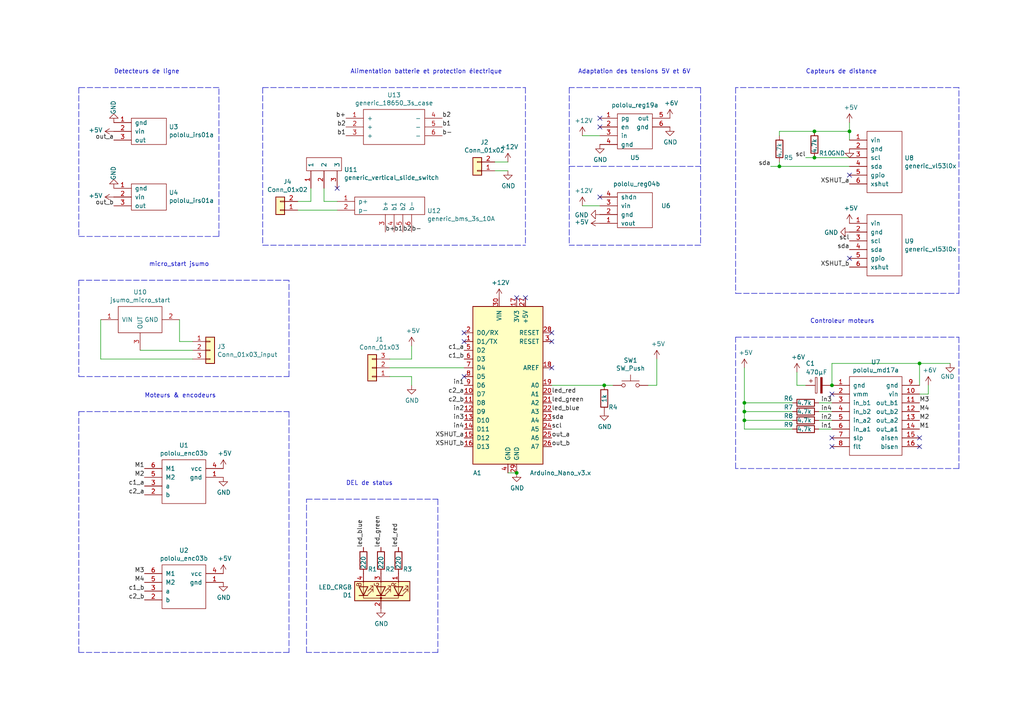
<source format=kicad_sch>
(kicad_sch (version 20211123) (generator eeschema)
  (paper "A4")
  (title_block (title "BIGMAX") (date "2019-05-03") (rev "v2.0.0") (company "MX") (comment 1 "maxime-hanicotte") (comment 2 "mai2019"))
  (lib_symbols
    (symbol "Device:CP" (pin_numbers hide) (pin_names (offset 0.254))
      (property "Reference" "C" (at 0.635 2.54 0))
      (property "Value" "Device_CP" (at 0.635 -2.54 0))
      (symbol "CP_0_1"
        (rectangle (start -2.286 0.508) (end 2.286 1.016))
        (polyline (pts (xy -1.778 2.286) (xy -0.762 2.286)))
        (polyline (pts (xy -1.27 2.794) (xy -1.27 1.778)))
        (rectangle (start 2.286 -0.508) (end -2.286 -1.016) (fill (type outline)))
      )
      (symbol "CP_1_1"
        (pin passive line (at 0 3.81 270) (length 2.794) (name "~") (number "1"))
        (pin passive line (at 0 -3.81 90) (length 2.794) (name "~") (number "2"))
      )
    )
    (symbol "Device:LED_RCGB" (pin_names (offset 0) hide)
      (property "Reference" "D" (at 0 9.398 0))
      (property "Value" "Device_LED_RCGB" (at 0 -8.89 0))
      (symbol "LED_RCGB_0_0"
        (text "B" (at 1.905 -6.35 0) (effects (font (size 1.27 1.27))))
        (text "G" (at 1.905 -1.27 0) (effects (font (size 1.27 1.27))))
        (text "R" (at 1.905 3.81 0) (effects (font (size 1.27 1.27))))
      )
      (symbol "LED_RCGB_0_1"
        (circle (center -2.032 0) (radius 0.254) (fill (type outline)))
        (polyline (pts (xy -1.27 -5.08) (xy 1.27 -5.08)))
        (polyline (pts (xy -1.27 -3.81) (xy -1.27 -6.35)) (stroke (width 0.254)))
        (polyline (pts (xy -1.27 0) (xy -2.54 0)))
        (polyline (pts (xy -1.27 1.27) (xy -1.27 -1.27)) (stroke (width 0.254)))
        (polyline (pts (xy -1.27 5.08) (xy 1.27 5.08)))
        (polyline (pts (xy -1.27 6.35) (xy -1.27 3.81)) (stroke (width 0.254)))
        (polyline (pts (xy 1.27 -5.08) (xy 2.54 -5.08)))
        (polyline (pts (xy 1.27 0) (xy -1.27 0)))
        (polyline (pts (xy 1.27 0) (xy 2.54 0)))
        (polyline (pts (xy 1.27 5.08) (xy 2.54 5.08)))
        (polyline (pts (xy -1.27 1.27) (xy -1.27 -1.27) (xy -1.27 -1.27)))
        (polyline (pts (xy -1.27 6.35) (xy -1.27 3.81) (xy -1.27 3.81)))
        (polyline (pts (xy -1.27 5.08) (xy -2.032 5.08) (xy -2.032 -5.08) (xy -1.016 -5.08)))
        (polyline (pts (xy 1.27 -3.81) (xy 1.27 -6.35) (xy -1.27 -5.08) (xy 1.27 -3.81)) (stroke (width 0.254)))
        (polyline (pts (xy 1.27 1.27) (xy 1.27 -1.27) (xy -1.27 0) (xy 1.27 1.27)) (stroke (width 0.254)))
        (polyline (pts (xy 1.27 6.35) (xy 1.27 3.81) (xy -1.27 5.08) (xy 1.27 6.35)) (stroke (width 0.254)))
        (polyline (pts (xy -1.016 -3.81) (xy 0.508 -2.286) (xy -0.254 -2.286) (xy 0.508 -2.286) (xy 0.508 -3.048)))
        (polyline (pts (xy -1.016 1.27) (xy 0.508 2.794) (xy -0.254 2.794) (xy 0.508 2.794) (xy 0.508 2.032)))
        (polyline (pts (xy -1.016 6.35) (xy 0.508 7.874) (xy -0.254 7.874) (xy 0.508 7.874) (xy 0.508 7.112)))
        (polyline (pts (xy 0 -3.81) (xy 1.524 -2.286) (xy 0.762 -2.286) (xy 1.524 -2.286) (xy 1.524 -3.048)))
        (polyline (pts (xy 0 1.27) (xy 1.524 2.794) (xy 0.762 2.794) (xy 1.524 2.794) (xy 1.524 2.032)))
        (polyline (pts (xy 0 6.35) (xy 1.524 7.874) (xy 0.762 7.874) (xy 1.524 7.874) (xy 1.524 7.112)))
        (rectangle (start 1.27 -1.27) (end 1.27 1.27))
        (rectangle (start 1.27 1.27) (end 1.27 1.27))
        (rectangle (start 1.27 3.81) (end 1.27 6.35))
        (rectangle (start 1.27 6.35) (end 1.27 6.35))
        (rectangle (start 2.794 8.382) (end -2.794 -7.62) (stroke (width 0.254)) (fill (type background)))
      )
      (symbol "LED_RCGB_1_1"
        (pin passive line (at 5.08 5.08 180) (length 2.54) (name "RA") (number "1"))
        (pin passive line (at -5.08 0 0) (length 2.54) (name "K") (number "2"))
        (pin passive line (at 5.08 0 180) (length 2.54) (name "GA") (number "3"))
        (pin passive line (at 5.08 -5.08 180) (length 2.54) (name "BA") (number "4"))
      )
    )
    (symbol "Device:R" (pin_numbers hide) (pin_names (offset 0))
      (property "Reference" "R" (at 2.032 0 90))
      (property "Value" "R" (at 0 0 90))
      (symbol "R_0_1"
        (rectangle (start -1.016 -2.54) (end 1.016 2.54) (stroke (width 0.254)))
      )
      (symbol "R_1_1"
        (pin passive line (at 0 3.81 270) (length 1.27) (name "~") (number "1"))
        (pin passive line (at 0 -3.81 90) (length 1.27) (name "~") (number "2"))
      )
    )
    (symbol "Switch:SW_Push" (pin_numbers hide) (pin_names (offset 1.016) hide)
      (property "Reference" "SW" (at 1.27 2.54 0))
      (property "Value" "SW_Push" (at 0 -1.524 0))
      (symbol "SW_Push_0_1"
        (circle (center -2.032 0) (radius 0.508))
        (polyline (pts (xy 0 1.27) (xy 0 3.048)))
        (polyline (pts (xy 2.54 1.27) (xy -2.54 1.27)))
        (circle (center 2.032 0) (radius 0.508))
        (pin passive line (at -5.08 0 0) (length 2.54) (name "1") (number "1"))
        (pin passive line (at 5.08 0 180) (length 2.54) (name "2") (number "2"))
      )
    )
    (symbol "arduino:Arduino_Nano_v3.x" (pin_names (offset 1.016))
      (property "Reference" "A" (at -5.08 26.035 0))
      (property "Value" "arduino_Arduino_Nano_v3.x" (at -5.08 24.13 0))
      (symbol "Arduino_Nano_v3.x_0_1"
        (rectangle (start -10.16 22.86) (end 10.16 -22.86) (stroke (width 0.254)) (fill (type background)))
      )
      (symbol "Arduino_Nano_v3.x_1_1"
        (pin bidirectional line (at -12.7 12.7 0) (length 2.54) (name "D1/TX") (number "1"))
        (pin bidirectional line (at -12.7 -2.54 0) (length 2.54) (name "D7") (number "10"))
        (pin bidirectional line (at -12.7 -5.08 0) (length 2.54) (name "D8") (number "11"))
        (pin bidirectional line (at -12.7 -7.62 0) (length 2.54) (name "D9") (number "12"))
        (pin bidirectional line (at -12.7 -10.16 0) (length 2.54) (name "D10") (number "13"))
        (pin bidirectional line (at -12.7 -12.7 0) (length 2.54) (name "D11") (number "14"))
        (pin bidirectional line (at -12.7 -15.24 0) (length 2.54) (name "D12") (number "15"))
        (pin bidirectional line (at -12.7 -17.78 0) (length 2.54) (name "D13") (number "16"))
        (pin power_out line (at 2.54 25.4 270) (length 2.54) (name "3V3") (number "17"))
        (pin input line (at 12.7 5.08 180) (length 2.54) (name "AREF") (number "18"))
        (pin bidirectional line (at 12.7 0 180) (length 2.54) (name "A0") (number "19"))
        (pin bidirectional line (at -12.7 15.24 0) (length 2.54) (name "D0/RX") (number "2"))
        (pin bidirectional line (at 12.7 -2.54 180) (length 2.54) (name "A1") (number "20"))
        (pin bidirectional line (at 12.7 -5.08 180) (length 2.54) (name "A2") (number "21"))
        (pin bidirectional line (at 12.7 -7.62 180) (length 2.54) (name "A3") (number "22"))
        (pin bidirectional line (at 12.7 -10.16 180) (length 2.54) (name "A4") (number "23"))
        (pin bidirectional line (at 12.7 -12.7 180) (length 2.54) (name "A5") (number "24"))
        (pin bidirectional line (at 12.7 -15.24 180) (length 2.54) (name "A6") (number "25"))
        (pin bidirectional line (at 12.7 -17.78 180) (length 2.54) (name "A7") (number "26"))
        (pin power_out line (at 5.08 25.4 270) (length 2.54) (name "+5V") (number "27"))
        (pin input line (at 12.7 15.24 180) (length 2.54) (name "RESET") (number "28"))
        (pin power_in line (at 2.54 -25.4 90) (length 2.54) (name "GND") (number "29"))
        (pin input line (at 12.7 12.7 180) (length 2.54) (name "RESET") (number "3"))
        (pin power_in line (at -2.54 25.4 270) (length 2.54) (name "VIN") (number "30"))
        (pin power_in line (at 0 -25.4 90) (length 2.54) (name "GND") (number "4"))
        (pin bidirectional line (at -12.7 10.16 0) (length 2.54) (name "D2") (number "5"))
        (pin bidirectional line (at -12.7 7.62 0) (length 2.54) (name "D3") (number "6"))
        (pin bidirectional line (at -12.7 5.08 0) (length 2.54) (name "D4") (number "7"))
        (pin bidirectional line (at -12.7 2.54 0) (length 2.54) (name "D5") (number "8"))
        (pin bidirectional line (at -12.7 0 0) (length 2.54) (name "D6") (number "9"))
      )
    )
    (symbol "jsumo:jsumo_micro_start" (pin_names (offset 1.016))
      (property "Reference" "U" (at 5.08 6.35 0))
      (property "Value" "jsumo_jsumo_micro_start" (at -5.08 6.35 0))
      (symbol "jsumo_micro_start_0_1"
        (rectangle (start -6.35 3.81) (end 6.35 -3.81))
      )
      (symbol "jsumo_micro_start_1_1"
        (pin power_in line (at -11.43 0 0) (length 5.08) (name "VIN") (number "1"))
        (pin passive line (at 11.43 0 180) (length 5.08) (name "GND") (number "2"))
        (pin output line (at 0 -8.89 90) (length 5.08) (name "OUT") (number "3"))
      )
    )
    (symbol "no_name:Conn_01x02" (pin_names (offset 1.016) hide)
      (property "Reference" "J" (at 0 2.54 0))
      (property "Value" "no_name_Conn_01x02" (at 0 -5.08 0))
      (symbol "Conn_01x02_1_1"
        (rectangle (start -1.27 -2.413) (end 0 -2.667) (stroke (width 0.1524)))
        (rectangle (start -1.27 0.127) (end 0 -0.127) (stroke (width 0.1524)))
        (rectangle (start -1.27 1.27) (end 1.27 -3.81) (stroke (width 0.254)) (fill (type background)))
        (pin power_out line (at -5.08 0 0) (length 3.81) (name "Pin_1") (number "1"))
        (pin power_out line (at -5.08 -2.54 0) (length 3.81) (name "Pin_2") (number "2"))
      )
    )
    (symbol "no_name:Conn_01x03_input" (pin_names (offset 1.016) hide)
      (property "Reference" "J" (at 0 5.08 0))
      (property "Value" "no_name_Conn_01x03_input" (at 0 -5.08 0))
      (symbol "Conn_01x03_input_1_1"
        (rectangle (start -1.27 -2.413) (end 0 -2.667) (stroke (width 0.1524)))
        (rectangle (start -1.27 0.127) (end 0 -0.127) (stroke (width 0.1524)))
        (rectangle (start -1.27 2.667) (end 0 2.413) (stroke (width 0.1524)))
        (rectangle (start -1.27 3.81) (end 1.27 -3.81) (stroke (width 0.254)) (fill (type background)))
        (pin power_out line (at -5.08 2.54 0) (length 3.81) (name "Pin_1") (number "1"))
        (pin input line (at -5.08 0 0) (length 3.81) (name "Pin_2") (number "2"))
        (pin power_out line (at -5.08 -2.54 0) (length 3.81) (name "Pin_3") (number "3"))
      )
    )
    (symbol "no_name:Conn_01x03_output" (pin_names (offset 1.016) hide)
      (property "Reference" "J" (at 0 5.08 0))
      (property "Value" "no_name_Conn_01x03_output" (at 0 -5.08 0))
      (symbol "Conn_01x03_output_1_1"
        (rectangle (start -1.27 -2.413) (end 0 -2.667) (stroke (width 0.1524)))
        (rectangle (start -1.27 0.127) (end 0 -0.127) (stroke (width 0.1524)))
        (rectangle (start -1.27 2.667) (end 0 2.413) (stroke (width 0.1524)))
        (rectangle (start -1.27 3.81) (end 1.27 -3.81) (stroke (width 0.254)) (fill (type background)))
        (pin power_in line (at -5.08 2.54 0) (length 3.81) (name "Pin_1") (number "1"))
        (pin output line (at -5.08 0 0) (length 3.81) (name "Pin_2") (number "2"))
        (pin power_in line (at -5.08 -2.54 0) (length 3.81) (name "Pin_3") (number "3"))
      )
    )
    (symbol "no_name:generic_18650_3s_case" (pin_names (offset 1.016))
      (property "Reference" "U" (at 0 -7.62 0))
      (property "Value" "no_name_generic_18650_3s_case" (at 0 7.62 0))
      (symbol "generic_18650_3s_case_0_1"
        (rectangle (start -8.89 5.08) (end 8.89 -5.08))
      )
      (symbol "generic_18650_3s_case_1_1"
        (pin passive line (at -13.97 2.54 0) (length 5.08) (name "+") (number "1"))
        (pin passive line (at -13.97 0 0) (length 5.08) (name "+") (number "2"))
        (pin passive line (at -13.97 -2.54 0) (length 5.08) (name "+") (number "3"))
        (pin passive line (at 13.97 2.54 180) (length 5.08) (name "-") (number "4"))
        (pin passive line (at 13.97 0 180) (length 5.08) (name "-") (number "5"))
        (pin passive line (at 13.97 -2.54 180) (length 5.08) (name "-") (number "6"))
      )
    )
    (symbol "no_name:generic_bms_3s_10A" (pin_names (offset 1.016))
      (property "Reference" "U" (at 11.43 0 0))
      (property "Value" "no_name_generic_bms_3s_10A" (at 0 5.08 0))
      (symbol "generic_bms_3s_10A_0_1"
        (rectangle (start -10.16 2.54) (end 10.16 -2.54))
      )
      (symbol "generic_bms_3s_10A_1_1"
        (pin power_in line (at -15.24 1.27 0) (length 5.08) (name "p+") (number "1"))
        (pin power_in line (at -15.24 -1.27 0) (length 5.08) (name "p-") (number "2"))
        (pin passive line (at -1.27 -7.62 90) (length 5.08) (name "b+") (number "3"))
        (pin passive line (at 1.27 -7.62 90) (length 5.08) (name "b1") (number "4"))
        (pin passive line (at 3.81 -7.62 90) (length 5.08) (name "b2") (number "5"))
        (pin passive line (at 6.35 -7.62 90) (length 5.08) (name "b-") (number "6"))
      )
    )
    (symbol "no_name:generic_vertical_slide_switch" (pin_names (offset 1.016))
      (property "Reference" "U" (at 7.62 -1.27 0))
      (property "Value" "no_name_generic_vertical_slide_switch" (at 0 3.81 0))
      (symbol "generic_vertical_slide_switch_0_1"
        (rectangle (start -5.08 1.27) (end 5.08 -2.54))
      )
      (symbol "generic_vertical_slide_switch_1_1"
        (pin power_in line (at -3.81 -7.62 90) (length 5.08) (name "1") (number "1"))
        (pin power_out line (at 0 -7.62 90) (length 5.08) (name "2") (number "2"))
        (pin input line (at 3.81 -7.62 90) (length 5.08) (name "3") (number "3"))
      )
    )
    (symbol "no_name:generic_vl53l0x" (pin_names (offset 1.016))
      (property "Reference" "U" (at 0 13.97 0))
      (property "Value" "no_name_generic_vl53l0x" (at 0 11.43 0))
      (symbol "generic_vl53l0x_0_1"
        (rectangle (start -5.08 8.89) (end 5.08 -8.89))
      )
      (symbol "generic_vl53l0x_1_1"
        (pin power_in line (at -10.16 6.35 0) (length 5.08) (name "vin") (number "1"))
        (pin passive line (at -10.16 3.81 0) (length 5.08) (name "gnd") (number "2"))
        (pin bidirectional line (at -10.16 1.27 0) (length 5.08) (name "scl") (number "3"))
        (pin bidirectional line (at -10.16 -1.27 0) (length 5.08) (name "sda") (number "4"))
        (pin output line (at -10.16 -3.81 0) (length 5.08) (name "gpio") (number "5"))
        (pin input line (at -10.16 -6.35 0) (length 5.08) (name "xshut") (number "6"))
      )
    )
    (symbol "pololu:pololu_enc03b" (pin_names (offset 1.016))
      (property "Reference" "U" (at 0 11.43 0))
      (property "Value" "pololu_pololu_enc03b" (at 0 8.89 0))
      (symbol "pololu_enc03b_0_1"
        (rectangle (start -6.35 6.35) (end 6.35 -6.35))
      )
      (symbol "pololu_enc03b_1_1"
        (pin passive line (at 11.43 1.27 180) (length 5.08) (name "gnd") (number "1"))
        (pin output line (at -11.43 -3.81 0) (length 5.08) (name "b") (number "2"))
        (pin output line (at -11.43 -1.27 0) (length 5.08) (name "a") (number "3"))
        (pin power_in line (at 11.43 3.81 180) (length 5.08) (name "vcc") (number "4"))
        (pin input line (at -11.43 1.27 0) (length 5.08) (name "M2") (number "5"))
        (pin input line (at -11.43 3.81 0) (length 5.08) (name "M1") (number "6"))
      )
    )
    (symbol "pololu:pololu_irs01a" (pin_names (offset 1.016))
      (property "Reference" "U" (at 0 10.16 0))
      (property "Value" "pololu_pololu_irs01a" (at 0 7.62 0))
      (symbol "pololu_irs01a_0_1"
        (rectangle (start -3.81 5.08) (end 3.81 -5.08))
      )
      (symbol "pololu_irs01a_1_1"
        (pin passive line (at -2.54 -10.16 90) (length 5.08) (name "gnd") (number "1"))
        (pin power_in line (at 0 -10.16 90) (length 5.08) (name "vin") (number "2"))
        (pin output line (at 2.54 -10.16 90) (length 5.08) (name "out") (number "3"))
      )
    )
    (symbol "pololu:pololu_md17a" (pin_names (offset 1.016))
      (property "Reference" "U" (at 0 -16.51 0))
      (property "Value" "pololu_pololu_md17a" (at 0 11.43 0))
      (symbol "pololu_md17a_0_1"
        (rectangle (start -7.62 8.89) (end 7.62 -13.97))
      )
      (symbol "pololu_md17a_1_1"
        (pin passive line (at -12.7 6.35 0) (length 5.08) (name "gnd") (number "1"))
        (pin power_in line (at 12.7 3.81 180) (length 5.08) (name "vin") (number "10"))
        (pin output line (at 12.7 1.27 180) (length 5.08) (name "out_b1") (number "11"))
        (pin output line (at 12.7 -1.27 180) (length 5.08) (name "out_b2") (number "12"))
        (pin output line (at 12.7 -3.81 180) (length 5.08) (name "out_a2") (number "13"))
        (pin output line (at 12.7 -6.35 180) (length 5.08) (name "out_a1") (number "14"))
        (pin output line (at 12.7 -8.89 180) (length 5.08) (name "aisen") (number "15"))
        (pin output line (at 12.7 -11.43 180) (length 5.08) (name "bisen") (number "16"))
        (pin power_in line (at -12.7 3.81 0) (length 5.08) (name "vmm") (number "2"))
        (pin input line (at -12.7 1.27 0) (length 5.08) (name "in_b1") (number "3"))
        (pin input line (at -12.7 -1.27 0) (length 5.08) (name "in_b2") (number "4"))
        (pin input line (at -12.7 -3.81 0) (length 5.08) (name "in_a2") (number "5"))
        (pin input line (at -12.7 -6.35 0) (length 5.08) (name "in_a1") (number "6"))
        (pin input line (at -12.7 -8.89 0) (length 5.08) (name "slp") (number "7"))
        (pin output line (at -12.7 -11.43 0) (length 5.08) (name "flt") (number "8"))
        (pin passive line (at 12.7 6.35 180) (length 5.08) (name "gnd") (number "9"))
      )
    )
    (symbol "pololu:pololu_reg04b" (pin_names (offset 1.016))
      (property "Reference" "U" (at 0 -8.89 0))
      (property "Value" "pololu_pololu_reg04b" (at 0 6.35 0))
      (symbol "pololu_reg04b_0_1"
        (rectangle (start -5.08 3.81) (end 5.08 -6.35))
      )
      (symbol "pololu_reg04b_1_1"
        (pin power_out line (at -10.16 -5.08 0) (length 5.08) (name "vout") (number "1"))
        (pin passive line (at -10.16 -2.54 0) (length 5.08) (name "gnd") (number "2"))
        (pin power_in line (at -10.16 0 0) (length 5.08) (name "vin") (number "3"))
        (pin input line (at -10.16 2.54 0) (length 5.08) (name "shdn") (number "4"))
      )
    )
    (symbol "pololu:pololu_reg19a" (pin_names (offset 1.016))
      (property "Reference" "U" (at 0 -8.89 0))
      (property "Value" "pololu_pololu_reg19a" (at 0 6.35 0))
      (symbol "pololu_reg19a_0_1"
        (rectangle (start -5.08 3.81) (end 5.08 -6.35))
      )
      (symbol "pololu_reg19a_1_1"
        (pin input line (at -10.16 2.54 0) (length 5.08) (name "pg") (number "1"))
        (pin input line (at -10.16 0 0) (length 5.08) (name "en") (number "2"))
        (pin power_in line (at -10.16 -2.54 0) (length 5.08) (name "in") (number "3"))
        (pin passive line (at -10.16 -5.08 0) (length 5.08) (name "gnd") (number "4"))
        (pin power_out line (at 10.16 2.54 180) (length 5.08) (name "out") (number "5"))
        (pin passive line (at 10.16 0 180) (length 5.08) (name "gnd") (number "6"))
      )
    )
    (symbol "power:+12V" (power) (pin_names (offset 0))
      (property "Value" "+12V" (at 0 3.556 0))
      (symbol "+12V_0_1"
        (polyline (pts (xy -0.762 1.27) (xy 0 2.54)))
        (polyline (pts (xy 0 0) (xy 0 2.54)))
        (polyline (pts (xy 0 2.54) (xy 0.762 1.27)))
      )
      (symbol "+12V_1_1"
        (pin power_in line (at 0 0 90) (length 0) hide (name "+12V") (number "1"))
      )
    )
    (symbol "power:+5V" (power) (pin_names (offset 0))
      (property "Value" "+5V" (at 0 3.556 0))
      (symbol "+5V_0_1"
        (polyline (pts (xy -0.762 1.27) (xy 0 2.54)))
        (polyline (pts (xy 0 0) (xy 0 2.54)))
        (polyline (pts (xy 0 2.54) (xy 0.762 1.27)))
      )
      (symbol "+5V_1_1"
        (pin power_in line (at 0 0 90) (length 0) hide (name "+5V") (number "1"))
      )
    )
    (symbol "power:+6V" (power) (pin_names (offset 0))
      (property "Value" "+6V" (at 0 3.556 0))
      (symbol "+6V_0_1"
        (polyline (pts (xy -0.762 1.27) (xy 0 2.54)))
        (polyline (pts (xy 0 0) (xy 0 2.54)))
        (polyline (pts (xy 0 2.54) (xy 0.762 1.27)))
      )
      (symbol "+6V_1_1"
        (pin power_in line (at 0 0 90) (length 0) hide (name "+6V") (number "1"))
      )
    )
    (symbol "power:GND" (power) (pin_names (offset 0))
      (property "Value" "GND" (at 0 -3.81 0))
      (symbol "GND_0_1"
        (polyline (pts (xy 0 0) (xy 0 -1.27) (xy 1.27 -1.27) (xy 0 -2.54) (xy -1.27 -1.27) (xy 0 -1.27)))
      )
      (symbol "GND_1_1"
        (pin power_in line (at 0 0 270) (length 0) hide (name "GND") (number "1"))
      )
    )
  )
  (junction (at 215.9 121.92))
  (junction (at 236.22 38.1))
  (junction (at 149.86 137.16))
  (junction (at 215.9 119.38))
  (junction (at 226.06 48.26))
  (junction (at 246.38 38.1))
  (junction (at 266.7 105.41))
  (junction (at 215.9 116.84))
  (junction (at 236.22 45.72))
  (junction (at 175.26 111.76))
  (junction (at 241.3 111.76))
  (no_connect (at 173.99 57.15))
  (no_connect (at 246.38 74.93))
  (no_connect (at 266.7 129.54))
  (no_connect (at 173.99 36.83))
  (no_connect (at 134.62 109.22))
  (no_connect (at 97.79 54.61))
  (no_connect (at 241.3 127))
  (no_connect (at 246.38 50.8))
  (no_connect (at 134.62 99.06))
  (no_connect (at 160.02 106.68))
  (no_connect (at 173.99 34.29))
  (no_connect (at 266.7 127))
  (no_connect (at 149.86 86.36))
  (no_connect (at 241.3 114.3))
  (no_connect (at 152.4 86.36))
  (no_connect (at 241.3 129.54))
  (no_connect (at 160.02 96.52))
  (no_connect (at 160.02 99.06))
  (no_connect (at 134.62 96.52))
  (wire (pts (xy 190.5 104.14) (xy 190.5 111.76)))
  (wire (pts (xy 215.9 121.92) (xy 215.9 119.38)))
  (polyline (pts (xy 152.4 25.4) (xy 152.4 71.12)))
  (wire (pts (xy 215.9 124.46) (xy 215.9 121.92)))
  (polyline (pts (xy 22.86 25.4) (xy 22.86 68.58)))
  (polyline (pts (xy 278.13 135.89) (xy 213.36 135.89)))
  (polyline (pts (xy 83.82 189.23) (xy 22.86 189.23)))
  (wire (pts (xy 237.49 121.92) (xy 241.3 121.92)))
  (polyline (pts (xy 213.36 25.4) (xy 213.36 85.09)))
  (wire (pts (xy 226.06 39.37) (xy 226.06 38.1)))
  (wire (pts (xy 229.87 119.38) (xy 215.9 119.38)))
  (wire (pts (xy 236.22 38.1) (xy 246.38 38.1)))
  (polyline (pts (xy 213.36 85.09) (xy 278.13 85.09)))
  (wire (pts (xy 177.8 111.76) (xy 175.26 111.76)))
  (polyline (pts (xy 127 189.23) (xy 88.9 189.23)))
  (wire (pts (xy 90.17 54.61) (xy 90.17 58.42)))
  (wire (pts (xy 246.38 35.56) (xy 246.38 38.1)))
  (wire (pts (xy 229.87 124.46) (xy 215.9 124.46)))
  (wire (pts (xy 143.51 46.99) (xy 147.32 46.99)))
  (wire (pts (xy 119.38 100.33) (xy 119.38 104.14)))
  (polyline (pts (xy 278.13 25.4) (xy 213.36 25.4)))
  (wire (pts (xy 275.59 105.41) (xy 266.7 105.41)))
  (wire (pts (xy 173.99 39.37) (xy 168.91 39.37)))
  (wire (pts (xy 236.22 45.72) (xy 246.38 45.72)))
  (wire (pts (xy 226.06 46.99) (xy 226.06 48.26)))
  (polyline (pts (xy 83.82 109.22) (xy 83.82 81.28)))
  (wire (pts (xy 236.22 45.72) (xy 233.68 45.72)))
  (wire (pts (xy 52.07 99.06) (xy 55.88 99.06)))
  (polyline (pts (xy 203.2 25.4) (xy 165.1 25.4)))
  (wire (pts (xy 40.64 101.6) (xy 55.88 101.6)))
  (polyline (pts (xy 278.13 97.79) (xy 278.13 135.89)))
  (polyline (pts (xy 83.82 81.28) (xy 22.86 81.28)))
  (polyline (pts (xy 213.36 97.79) (xy 278.13 97.79)))
  (polyline (pts (xy 203.2 71.12) (xy 165.1 71.12)))
  (wire (pts (xy 237.49 124.46) (xy 241.3 124.46)))
  (wire (pts (xy 237.49 119.38) (xy 241.3 119.38)))
  (wire (pts (xy 119.38 109.22) (xy 113.03 109.22)))
  (polyline (pts (xy 76.2 25.4) (xy 152.4 25.4)))
  (polyline (pts (xy 165.1 48.26) (xy 203.2 48.26)))
  (polyline (pts (xy 76.2 25.4) (xy 76.2 71.12)))
  (polyline (pts (xy 278.13 85.09) (xy 278.13 25.4)))
  (polyline (pts (xy 22.86 189.23) (xy 22.86 119.38)))
  (polyline (pts (xy 127 144.78) (xy 127 189.23)))
  (wire (pts (xy 231.14 111.76) (xy 231.14 107.95)))
  (wire (pts (xy 29.21 104.14) (xy 55.88 104.14)))
  (wire (pts (xy 237.49 116.84) (xy 241.3 116.84)))
  (wire (pts (xy 90.17 58.42) (xy 86.36 58.42)))
  (wire (pts (xy 269.24 114.3) (xy 269.24 111.76)))
  (polyline (pts (xy 213.36 135.89) (xy 213.36 97.79)))
  (polyline (pts (xy 22.86 109.22) (xy 83.82 109.22)))
  (polyline (pts (xy 83.82 119.38) (xy 83.82 189.23)))
  (wire (pts (xy 226.06 38.1) (xy 236.22 38.1)))
  (polyline (pts (xy 63.5 68.58) (xy 63.5 25.4)))
  (wire (pts (xy 226.06 48.26) (xy 246.38 48.26)))
  (polyline (pts (xy 63.5 25.4) (xy 22.86 25.4)))
  (wire (pts (xy 241.3 105.41) (xy 266.7 105.41)))
  (wire (pts (xy 86.36 60.96) (xy 97.79 60.96)))
  (wire (pts (xy 215.9 119.38) (xy 215.9 116.84)))
  (wire (pts (xy 241.3 111.76) (xy 241.3 105.41)))
  (polyline (pts (xy 203.2 25.4) (xy 203.2 71.12)))
  (wire (pts (xy 229.87 121.92) (xy 215.9 121.92)))
  (wire (pts (xy 29.21 92.71) (xy 29.21 104.14)))
  (wire (pts (xy 246.38 40.64) (xy 246.38 38.1)))
  (polyline (pts (xy 88.9 189.23) (xy 88.9 144.78)))
  (polyline (pts (xy 88.9 144.78) (xy 127 144.78)))
  (polyline (pts (xy 22.86 81.28) (xy 22.86 109.22)))
  (wire (pts (xy 266.7 114.3) (xy 269.24 114.3)))
  (polyline (pts (xy 22.86 119.38) (xy 83.82 119.38)))
  (wire (pts (xy 143.51 49.53) (xy 147.32 49.53)))
  (wire (pts (xy 93.98 58.42) (xy 93.98 54.61)))
  (wire (pts (xy 190.5 111.76) (xy 187.96 111.76)))
  (wire (pts (xy 97.79 58.42) (xy 93.98 58.42)))
  (polyline (pts (xy 22.86 68.58) (xy 63.5 68.58)))
  (wire (pts (xy 119.38 104.14) (xy 113.03 104.14)))
  (wire (pts (xy 226.06 48.26) (xy 223.52 48.26)))
  (wire (pts (xy 119.38 111.76) (xy 119.38 109.22)))
  (polyline (pts (xy 165.1 25.4) (xy 165.1 71.12)))
  (wire (pts (xy 266.7 105.41) (xy 266.7 111.76)))
  (wire (pts (xy 168.91 59.69) (xy 173.99 59.69)))
  (wire (pts (xy 215.9 106.68) (xy 215.9 116.84)))
  (wire (pts (xy 52.07 92.71) (xy 52.07 99.06)))
  (wire (pts (xy 147.32 137.16) (xy 149.86 137.16)))
  (polyline (pts (xy 76.2 71.12) (xy 152.4 71.12)))
  (wire (pts (xy 175.26 111.76) (xy 160.02 111.76)))
  (wire (pts (xy 233.68 111.76) (xy 231.14 111.76)))
  (wire (pts (xy 134.62 106.68) (xy 113.03 106.68)))
  (wire (pts (xy 215.9 116.84) (xy 229.87 116.84)))
  (text "Moteurs & encodeurs" (at 41.91 115.57 0) (effects (font (size 1.27 1.27)) (justify left bottom)))
  (text "Alimentation batterie et protection électrique" (at 101.6 21.59 0) (effects (font (size 1.27 1.27)) (justify left bottom)))
  (text "Controleur moteurs" (at 234.95 93.98 0) (effects (font (size 1.27 1.27)) (justify left bottom)))
  (text "Adaptation des tensions 5V et 6V" (at 167.64 21.59 0) (effects (font (size 1.27 1.27)) (justify left bottom)))
  (text "DEL de status" (at 100.33 140.97 0) (effects (font (size 1.27 1.27)) (justify left bottom)))
  (text "Capteurs de distance" (at 233.68 21.59 0) (effects (font (size 1.27 1.27)) (justify left bottom)))
  (text "micro_start jsumo" (at 43.18 77.47 0) (effects (font (size 1.27 1.27)) (justify left bottom)))
  (text "Detecteurs de ligne" (at 33.02 21.59 0) (effects (font (size 1.27 1.27)) (justify left bottom)))
  (label "c1_b" (at 134.62 104.14 180))
  (label "led_blue" (at 105.41 158.75 90))
  (label "sda" (at 223.52 48.26 180))
  (label "in2" (at 134.62 119.38 180))
  (label "c2_a" (at 134.62 114.3 180))
  (label "in1" (at 241.3 124.46 180))
  (label "b2" (at 100.33 36.83 180))
  (label "in1" (at 134.62 111.76 180))
  (label "b-" (at 119.38 67.31 0))
  (label "M4" (at 41.91 168.91 180))
  (label "in3" (at 241.3 116.84 180))
  (label "b1" (at 128.27 36.83 0))
  (label "in3" (at 134.62 121.92 180))
  (label "sda" (at 160.02 121.92 0))
  (label "b+" (at 100.33 34.29 180))
  (label "led_green" (at 110.49 158.75 90))
  (label "in2" (at 241.3 121.92 180))
  (label "c2_a" (at 41.91 143.51 180))
  (label "led_green" (at 160.02 116.84 0))
  (label "M2" (at 266.7 121.92 0))
  (label "M3" (at 41.91 166.37 180))
  (label "out_b" (at 33.02 59.69 180))
  (label "out_b" (at 160.02 129.54 0))
  (label "XSHUT_b" (at 246.38 77.47 180))
  (label "led_red" (at 115.57 158.75 90))
  (label "in4" (at 241.3 119.38 180))
  (label "c1_b" (at 41.91 171.45 180))
  (label "M4" (at 266.7 119.38 0))
  (label "b2" (at 116.84 67.31 0))
  (label "M2" (at 41.91 138.43 180))
  (label "b2" (at 128.27 34.29 0))
  (label "c1_a" (at 41.91 140.97 180))
  (label "c1_a" (at 134.62 101.6 180))
  (label "led_red" (at 160.02 114.3 0))
  (label "b+" (at 111.76 67.31 0))
  (label "sda" (at 246.38 72.39 180))
  (label "M1" (at 41.91 135.89 180))
  (label "XSHUT_b" (at 134.62 129.54 180))
  (label "in4" (at 134.62 124.46 180))
  (label "b1" (at 100.33 39.37 180))
  (label "scl" (at 233.68 45.72 180))
  (label "b1" (at 114.3 67.31 0))
  (label "scl" (at 246.38 69.85 180))
  (label "c2_b" (at 41.91 173.99 180))
  (label "b-" (at 128.27 39.37 0))
  (label "M3" (at 266.7 116.84 0))
  (label "XSHUT_a" (at 134.62 127 180))
  (label "M1" (at 266.7 124.46 0))
  (label "led_blue" (at 160.02 119.38 0))
  (label "out_a" (at 160.02 127 0))
  (label "scl" (at 160.02 124.46 0))
  (label "out_a" (at 33.02 40.64 180))
  (label "XSHUT_a" (at 246.38 53.34 180))
  (label "c2_b" (at 134.62 116.84 180))
  (symbol (lib_id "arduino:Arduino_Nano_v3.x") (at 147.32 111.76 0) (unit 1)
    (property "Reference" "A1" (at 138.43 137.16 0))
    (property "Value" "Arduino_Nano_v3.x" (at 162.56 137.16 0))
    (property "Footprint" "Modules:Arduino_Nano" (effects hide))
    (property "Datasheet" "http://www.mouser.com/pdfdocs/Gravitech_Arduino_Nano3_0.pdf" (effects hide))
  )
  (symbol (lib_id "Device:R") (at 115.57 162.56 0) (unit 1)
    (property "Reference" "R3" (at 116.84 165.1 0) (effects (justify left)))
    (property "Value" "220" (at 115.57 165.1 90) (effects (justify left)))
    (property "Footprint" "Resistors_THT:R_Axial_DIN0207_L6.3mm_D2.5mm_P10.16mm_Horizontal" (effects hide))
  )
  (symbol (lib_id "Device:R") (at 105.41 162.56 0) (unit 1)
    (property "Reference" "R1" (at 106.68 165.1 0) (effects (justify left)))
    (property "Value" "220" (at 105.41 165.1 90) (effects (justify left)))
    (property "Footprint" "Resistors_THT:R_Axial_DIN0207_L6.3mm_D2.5mm_P10.16mm_Horizontal" (effects hide))
  )
  (symbol (lib_id "Device:R") (at 110.49 162.56 0) (unit 1)
    (property "Reference" "R2" (at 111.76 165.1 0) (effects (justify left)))
    (property "Value" "220" (at 110.49 165.1 90) (effects (justify left)))
    (property "Footprint" "Resistors_THT:R_Axial_DIN0207_L6.3mm_D2.5mm_P10.16mm_Horizontal" (effects hide))
  )
  (symbol (lib_id "power:GND") (at 33.02 35.56 180) (unit 1)
    (property "Reference" "#PWR01" (effects hide))
    (property "Value" "GND" (at 32.893 31.1658 90))
  )
  (symbol (lib_id "power:GND") (at 33.02 54.61 180) (unit 1)
    (property "Reference" "#PWR03" (effects hide))
    (property "Value" "GND" (at 32.893 50.2158 90))
  )
  (symbol (lib_id "power:GND") (at 246.38 43.18 0) (unit 1)
    (property "Reference" "#PWR027" (effects hide))
    (property "Value" "GND" (at 245.11 44.45 0) (effects (justify right)))
  )
  (symbol (lib_id "power:GND") (at 246.38 67.31 270) (unit 1)
    (property "Reference" "#PWR029" (effects hide))
    (property "Value" "GND" (at 243.1288 67.437 90) (effects (justify right)))
  )
  (symbol (lib_id "power:GND") (at 275.59 105.41 0) (unit 1)
    (property "Reference" "#PWR031" (effects hide))
    (property "Value" "GND" (at 276.86 109.22 0) (effects (justify right)))
  )
  (symbol (lib_id "power:GND") (at 64.77 138.43 0) (unit 1)
    (property "Reference" "#PWR06" (effects hide))
    (property "Value" "GND" (at 64.897 142.8242 0))
  )
  (symbol (lib_id "power:GND") (at 64.77 168.91 0) (unit 1)
    (property "Reference" "#PWR08" (effects hide))
    (property "Value" "GND" (at 64.897 173.3042 0))
  )
  (symbol (lib_id "power:GND") (at 194.31 36.83 0) (unit 1)
    (property "Reference" "#PWR024" (effects hide))
    (property "Value" "GND" (at 194.437 41.2242 0))
  )
  (symbol (lib_id "power:+6V") (at 194.31 34.29 0) (unit 1)
    (property "Reference" "#PWR023" (effects hide))
    (property "Value" "+6V" (at 194.691 29.8958 0))
  )
  (symbol (lib_id "power:GND") (at 175.26 119.38 0) (unit 1)
    (property "Reference" "#PWR021" (effects hide))
    (property "Value" "GND" (at 175.387 123.7742 0))
  )
  (symbol (lib_id "Device:R") (at 175.26 115.57 180) (unit 1)
    (property "Reference" "R4" (at 177.8 118.11 0))
    (property "Value" "1k" (at 175.26 115.57 90))
    (property "Footprint" "Resistors_THT:R_Axial_DIN0207_L6.3mm_D2.5mm_P10.16mm_Horizontal" (effects hide))
  )
  (symbol (lib_id "Device:LED_RCGB") (at 110.49 171.45 270) (mirror x) (unit 1)
    (property "Reference" "D1" (at 102.108 172.6184 90) (effects (justify right)))
    (property "Value" "LED_CRGB" (at 102.108 170.307 90) (effects (justify right)))
    (property "Footprint" "bigmax:LED_D5.0mm-4" (effects hide))
  )
  (symbol (lib_id "Switch:SW_Push") (at 182.88 111.76 0) (unit 1)
    (property "Reference" "SW1" (at 182.88 104.521 0))
    (property "Value" "SW_Push" (at 182.88 106.8324 0))
    (property "Footprint" "Buttons_Switches_THT:SW_PUSH_6mm" (effects hide))
  )
  (symbol (lib_id "Device:R") (at 226.06 43.18 0) (unit 1)
    (property "Reference" "R5" (at 227.33 45.72 0) (effects (justify left)))
    (property "Value" "4.7k" (at 226.06 45.72 90) (effects (justify left)))
    (property "Footprint" "Resistors_THT:R_Axial_DIN0207_L6.3mm_D2.5mm_P10.16mm_Horizontal" (effects hide))
  )
  (symbol (lib_id "Device:R") (at 236.22 41.91 0) (unit 1)
    (property "Reference" "R10" (at 237.49 44.45 0) (effects (justify left)))
    (property "Value" "4.7k" (at 236.22 44.45 90) (effects (justify left)))
    (property "Footprint" "Resistors_THT:R_Axial_DIN0207_L6.3mm_D2.5mm_P10.16mm_Horizontal" (effects hide))
  )
  (symbol (lib_id "Device:R") (at 233.68 116.84 270) (mirror x) (unit 1)
    (property "Reference" "R6" (at 227.33 115.57 90) (effects (justify left)))
    (property "Value" "4.7k" (at 231.14 116.84 90) (effects (justify left)))
    (property "Footprint" "Resistors_THT:R_Axial_DIN0207_L6.3mm_D2.5mm_P10.16mm_Horizontal" (effects hide))
  )
  (symbol (lib_id "Device:R") (at 233.68 124.46 270) (mirror x) (unit 1)
    (property "Reference" "R9" (at 227.33 123.19 90) (effects (justify left)))
    (property "Value" "4.7k" (at 231.14 124.46 90) (effects (justify left)))
    (property "Footprint" "Resistors_THT:R_Axial_DIN0207_L6.3mm_D2.5mm_P10.16mm_Horizontal" (effects hide))
  )
  (symbol (lib_id "Device:R") (at 233.68 121.92 270) (mirror x) (unit 1)
    (property "Reference" "R8" (at 227.33 120.65 90) (effects (justify left)))
    (property "Value" "4.7k" (at 231.14 121.92 90) (effects (justify left)))
    (property "Footprint" "Resistors_THT:R_Axial_DIN0207_L6.3mm_D2.5mm_P10.16mm_Horizontal" (effects hide))
  )
  (symbol (lib_id "Device:R") (at 233.68 119.38 270) (mirror x) (unit 1)
    (property "Reference" "R7" (at 227.33 118.11 90) (effects (justify left)))
    (property "Value" "4.7k" (at 231.14 119.38 90) (effects (justify left)))
    (property "Footprint" "Resistors_THT:R_Axial_DIN0207_L6.3mm_D2.5mm_P10.16mm_Horizontal" (effects hide))
  )
  (symbol (lib_id "Device:CP") (at 237.49 111.76 90) (mirror x) (unit 1)
    (property "Reference" "C1" (at 233.68 105.41 90) (effects (justify right)))
    (property "Value" "470µF" (at 233.68 107.95 90) (effects (justify right)))
    (property "Footprint" "Capacitors_THT:CP_Radial_D10.0mm_P5.00mm" (effects hide))
  )
  (symbol (lib_id "power:GND") (at 149.86 137.16 0) (unit 1)
    (property "Reference" "#PWR015" (effects hide))
    (property "Value" "GND" (at 149.987 141.5542 0))
  )
  (symbol (lib_id "power:GND") (at 110.49 176.53 0) (unit 1)
    (property "Reference" "#PWR09" (effects hide))
    (property "Value" "GND" (at 110.617 180.9242 0))
  )
  (symbol (lib_id "pololu:pololu_irs01a") (at 43.18 38.1 270) (unit 1)
    (property "Reference" "U3" (at 48.9712 36.8046 90) (effects (justify left)))
    (property "Value" "pololu_irs01a" (at 48.9712 39.116 90) (effects (justify left)))
    (property "Footprint" "bigmax:pololu_irs01a" (effects hide))
  )
  (symbol (lib_id "pololu:pololu_irs01a") (at 43.18 57.15 270) (unit 1)
    (property "Reference" "U4" (at 48.9712 55.8546 90) (effects (justify left)))
    (property "Value" "pololu_irs01a" (at 48.9712 58.166 90) (effects (justify left)))
    (property "Footprint" "bigmax:pololu_irs01a" (effects hide))
  )
  (symbol (lib_id "pololu:pololu_reg04b") (at 184.15 59.69 0) (unit 1)
    (property "Reference" "U6" (at 191.77 59.69 0) (effects (justify left)))
    (property "Value" "pololu_reg04b" (at 177.8 53.34 0) (effects (justify left)))
    (property "Footprint" "bigmax:pololu_reg04b" (effects hide))
  )
  (symbol (lib_id "pololu:pololu_reg19a") (at 184.15 36.83 0) (unit 1)
    (property "Reference" "U5" (at 184.15 45.72 0))
    (property "Value" "pololu_reg19a" (at 184.15 30.48 0))
    (property "Footprint" "bigmax:pololu_reg19a" (effects hide))
  )
  (symbol (lib_id "power:GND") (at 173.99 41.91 0) (unit 1)
    (property "Reference" "#PWR018" (effects hide))
    (property "Value" "GND" (at 174.117 46.3042 0))
  )
  (symbol (lib_id "power:+5V") (at 173.99 64.77 90) (unit 1)
    (property "Reference" "#PWR020" (effects hide))
    (property "Value" "+5V" (at 170.7388 64.389 90) (effects (justify left)))
  )
  (symbol (lib_id "power:GND") (at 173.99 62.23 270) (unit 1)
    (property "Reference" "#PWR019" (effects hide))
    (property "Value" "GND" (at 170.7388 62.357 90) (effects (justify right)))
  )
  (symbol (lib_id "no_name:generic_vl53l0x") (at 256.54 46.99 0) (unit 1)
    (property "Reference" "U8" (at 262.3312 45.8216 0) (effects (justify left)))
    (property "Value" "generic_vl53l0x" (at 262.3312 48.133 0) (effects (justify left)))
    (property "Footprint" "bigmax:generic_vl53l0x" (effects hide))
  )
  (symbol (lib_id "no_name:generic_vl53l0x") (at 256.54 71.12 0) (unit 1)
    (property "Reference" "U9" (at 262.3312 69.9516 0) (effects (justify left)))
    (property "Value" "generic_vl53l0x" (at 262.3312 72.263 0) (effects (justify left)))
    (property "Footprint" "bigmax:generic_vl53l0x" (effects hide))
  )
  (symbol (lib_id "power:+5V") (at 246.38 35.56 0) (unit 1)
    (property "Reference" "#PWR026" (effects hide))
    (property "Value" "+5V" (at 246.761 31.1658 0))
  )
  (symbol (lib_id "power:+5V") (at 246.38 64.77 0) (unit 1)
    (property "Reference" "#PWR028" (effects hide))
    (property "Value" "+5V" (at 246.761 60.3758 0))
  )
  (symbol (lib_id "power:+5V") (at 64.77 166.37 0) (unit 1)
    (property "Reference" "#PWR07" (effects hide))
    (property "Value" "+5V" (at 65.151 161.9758 0))
  )
  (symbol (lib_id "power:+5V") (at 64.77 135.89 0) (unit 1)
    (property "Reference" "#PWR05" (effects hide))
    (property "Value" "+5V" (at 65.151 131.4958 0))
  )
  (symbol (lib_id "power:+5V") (at 33.02 38.1 90) (unit 1)
    (property "Reference" "#PWR02" (effects hide))
    (property "Value" "+5V" (at 29.7688 37.719 90) (effects (justify left)))
  )
  (symbol (lib_id "power:+5V") (at 33.02 57.15 90) (unit 1)
    (property "Reference" "#PWR04" (effects hide))
    (property "Value" "+5V" (at 29.7688 56.769 90) (effects (justify left)))
  )
  (symbol (lib_id "power:+5V") (at 190.5 104.14 0) (unit 1)
    (property "Reference" "#PWR022" (effects hide))
    (property "Value" "+5V" (at 190.881 99.7458 0))
  )
  (symbol (lib_id "pololu:pololu_enc03b") (at 53.34 170.18 0) (unit 1)
    (property "Reference" "U2" (at 53.34 159.639 0))
    (property "Value" "pololu_enc03b" (at 53.34 161.9504 0))
    (property "Footprint" "bigmax:pololu_enc03b" (effects hide))
  )
  (symbol (lib_id "pololu:pololu_enc03b") (at 53.34 139.7 0) (unit 1)
    (property "Reference" "U1" (at 53.34 129.159 0))
    (property "Value" "pololu_enc03b" (at 53.34 131.4704 0))
    (property "Footprint" "bigmax:pololu_enc03b" (effects hide))
  )
  (symbol (lib_id "pololu:pololu_md17a") (at 254 118.11 0) (unit 1)
    (property "Reference" "U7" (at 254 105.029 0))
    (property "Value" "pololu_md17a" (at 254 107.3404 0))
    (property "Footprint" "bigmax:pololu_md17a" (effects hide))
  )
  (symbol (lib_id "power:+6V") (at 269.24 111.76 0) (unit 1)
    (property "Reference" "#PWR030" (effects hide))
    (property "Value" "+6V" (at 269.621 107.3658 0))
  )
  (symbol (lib_id "no_name:Conn_01x03_output") (at 107.95 106.68 180) (unit 1)
    (property "Reference" "J1" (at 110.0328 98.425 0))
    (property "Value" "Conn_01x03" (at 110.0328 100.7364 0))
    (property "Footprint" "Pin_Headers:Pin_Header_Angled_1x03_Pitch2.54mm" (effects hide))
  )
  (symbol (lib_id "power:GND") (at 119.38 111.76 0) (unit 1)
    (property "Reference" "#PWR011" (effects hide))
    (property "Value" "GND" (at 119.507 116.1542 0))
  )
  (symbol (lib_id "power:GND") (at 147.32 49.53 0) (unit 1)
    (property "Reference" "#PWR013" (effects hide))
    (property "Value" "GND" (at 147.447 53.9242 0))
  )
  (symbol (lib_id "power:+12V") (at 147.32 46.99 0) (unit 1)
    (property "Reference" "#PWR012" (effects hide))
    (property "Value" "+12V" (at 147.701 42.5958 0))
  )
  (symbol (lib_id "power:+12V") (at 168.91 39.37 0) (unit 1)
    (property "Reference" "#PWR016" (effects hide))
    (property "Value" "+12V" (at 169.291 34.9758 0))
  )
  (symbol (lib_id "power:+12V") (at 168.91 59.69 0) (unit 1)
    (property "Reference" "#PWR017" (effects hide))
    (property "Value" "+12V" (at 169.291 55.2958 0))
  )
  (symbol (lib_id "power:+5V") (at 119.38 100.33 0) (unit 1)
    (property "Reference" "#PWR010" (effects hide))
    (property "Value" "+5V" (at 119.761 95.9358 0))
  )
  (symbol (lib_id "power:+12V") (at 144.78 86.36 0) (unit 1)
    (property "Reference" "#PWR014" (effects hide))
    (property "Value" "+12V" (at 145.161 81.9658 0))
  )
  (symbol (lib_id "no_name:Conn_01x02") (at 138.43 49.53 180) (unit 1)
    (property "Reference" "J2" (at 140.5128 41.275 0))
    (property "Value" "Conn_01x02" (at 140.5128 43.5864 0))
    (property "Footprint" "Pin_Headers:Pin_Header_Angled_1x02_Pitch2.54mm" (effects hide))
  )
  (symbol (lib_id "no_name:generic_18650_3s_case") (at 114.3 36.83 0) (unit 1)
    (property "Reference" "U13" (at 114.3 27.559 0))
    (property "Value" "generic_18650_3s_case" (at 114.3 29.8704 0))
    (property "Footprint" "bigmax:CB-18650-PC6" (effects hide))
  )
  (symbol (lib_id "jsumo:jsumo_micro_start") (at 40.64 92.71 0) (unit 1)
    (property "Reference" "U10" (at 40.64 84.709 0))
    (property "Value" "jsumo_micro_start" (at 40.64 87.0204 0))
    (property "Footprint" "bigmax:jsumo_micro_start" (effects hide))
  )
  (symbol (lib_id "no_name:Conn_01x03_input") (at 60.96 101.6 0) (unit 1)
    (property "Reference" "J3" (at 62.992 100.5332 0) (effects (justify left)))
    (property "Value" "Conn_01x03_input" (at 62.992 102.8446 0) (effects (justify left)))
    (property "Footprint" "Pin_Headers:Pin_Header_Angled_1x03_Pitch2.54mm" (effects hide))
  )
  (symbol (lib_id "no_name:generic_vertical_slide_switch") (at 93.98 46.99 0) (unit 1)
    (property "Reference" "U11" (at 99.7712 49.1998 0) (effects (justify left)))
    (property "Value" "generic_vertical_slide_switch" (at 99.7712 51.5112 0) (effects (justify left)))
    (property "Footprint" "Pin_Headers:Pin_Header_Straight_1x03_Pitch2.54mm" (effects hide))
  )
  (symbol (lib_id "no_name:generic_bms_3s_10A") (at 113.03 59.69 0) (unit 1)
    (property "Reference" "U12" (at 123.9012 61.1378 0) (effects (justify left)))
    (property "Value" "generic_bms_3s_10A" (at 123.9012 63.4492 0) (effects (justify left)))
    (property "Footprint" "bigmax:generic_bms_3s_10A" (effects hide))
  )
  (symbol (lib_id "no_name:Conn_01x02") (at 81.28 60.96 180) (unit 1)
    (property "Reference" "J4" (at 83.3628 52.705 0))
    (property "Value" "Conn_01x02" (at 83.3628 55.0164 0))
    (property "Footprint" "Pin_Headers:Pin_Header_Angled_1x02_Pitch2.54mm" (effects hide))
  )
  (symbol (lib_id "power:+5V") (at 215.9 106.68 0) (unit 1)
    (property "Reference" "#PWR0101" (effects hide))
    (property "Value" "+5V" (at 216.281 102.2858 0))
  )
  (symbol (lib_id "power:+6V") (at 231.14 107.95 0) (unit 1)
    (property "Reference" "#PWR025" (effects hide))
    (property "Value" "+6V" (at 231.521 103.5558 0))
  )
)
</source>
